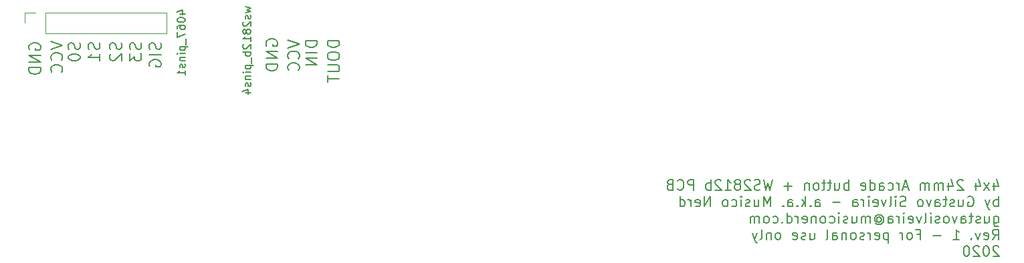
<source format=gbr>
%TF.GenerationSoftware,KiCad,Pcbnew,(5.1.7-0-10_14)*%
%TF.CreationDate,2020-11-04T15:25:09-03:00*%
%TF.ProjectId,Aracde button 24mm 4x4 - 3,41726163-6465-4206-9275-74746f6e2032,rev?*%
%TF.SameCoordinates,Original*%
%TF.FileFunction,Legend,Bot*%
%TF.FilePolarity,Positive*%
%FSLAX46Y46*%
G04 Gerber Fmt 4.6, Leading zero omitted, Abs format (unit mm)*
G04 Created by KiCad (PCBNEW (5.1.7-0-10_14)) date 2020-11-04 15:25:09*
%MOMM*%
%LPD*%
G01*
G04 APERTURE LIST*
%ADD10C,0.200000*%
%ADD11C,0.150000*%
%ADD12C,0.120000*%
G04 APERTURE END LIST*
D10*
X96478571Y-55464285D02*
X94978571Y-55464285D01*
X94978571Y-55821428D01*
X95050000Y-56035714D01*
X95192857Y-56178571D01*
X95335714Y-56250000D01*
X95621428Y-56321428D01*
X95835714Y-56321428D01*
X96121428Y-56250000D01*
X96264285Y-56178571D01*
X96407142Y-56035714D01*
X96478571Y-55821428D01*
X96478571Y-55464285D01*
X94978571Y-57250000D02*
X94978571Y-57535714D01*
X95050000Y-57678571D01*
X95192857Y-57821428D01*
X95478571Y-57892857D01*
X95978571Y-57892857D01*
X96264285Y-57821428D01*
X96407142Y-57678571D01*
X96478571Y-57535714D01*
X96478571Y-57250000D01*
X96407142Y-57107142D01*
X96264285Y-56964285D01*
X95978571Y-56892857D01*
X95478571Y-56892857D01*
X95192857Y-56964285D01*
X95050000Y-57107142D01*
X94978571Y-57250000D01*
X94978571Y-58535714D02*
X96192857Y-58535714D01*
X96335714Y-58607142D01*
X96407142Y-58678571D01*
X96478571Y-58821428D01*
X96478571Y-59107142D01*
X96407142Y-59250000D01*
X96335714Y-59321428D01*
X96192857Y-59392857D01*
X94978571Y-59392857D01*
X94978571Y-59892857D02*
X94978571Y-60750000D01*
X96478571Y-60321428D02*
X94978571Y-60321428D01*
D11*
X179335833Y-73521428D02*
X179335833Y-74388095D01*
X179645357Y-73026190D02*
X179954880Y-73954761D01*
X179150119Y-73954761D01*
X178778690Y-74388095D02*
X178097738Y-73521428D01*
X178778690Y-73521428D02*
X178097738Y-74388095D01*
X177045357Y-73521428D02*
X177045357Y-74388095D01*
X177354880Y-73026190D02*
X177664404Y-73954761D01*
X176859642Y-73954761D01*
X175435833Y-73211904D02*
X175373928Y-73150000D01*
X175250119Y-73088095D01*
X174940595Y-73088095D01*
X174816785Y-73150000D01*
X174754880Y-73211904D01*
X174692976Y-73335714D01*
X174692976Y-73459523D01*
X174754880Y-73645238D01*
X175497738Y-74388095D01*
X174692976Y-74388095D01*
X173578690Y-73521428D02*
X173578690Y-74388095D01*
X173888214Y-73026190D02*
X174197738Y-73954761D01*
X173392976Y-73954761D01*
X172897738Y-74388095D02*
X172897738Y-73521428D01*
X172897738Y-73645238D02*
X172835833Y-73583333D01*
X172712023Y-73521428D01*
X172526309Y-73521428D01*
X172402499Y-73583333D01*
X172340595Y-73707142D01*
X172340595Y-74388095D01*
X172340595Y-73707142D02*
X172278690Y-73583333D01*
X172154880Y-73521428D01*
X171969166Y-73521428D01*
X171845357Y-73583333D01*
X171783452Y-73707142D01*
X171783452Y-74388095D01*
X171164404Y-74388095D02*
X171164404Y-73521428D01*
X171164404Y-73645238D02*
X171102499Y-73583333D01*
X170978690Y-73521428D01*
X170792976Y-73521428D01*
X170669166Y-73583333D01*
X170607261Y-73707142D01*
X170607261Y-74388095D01*
X170607261Y-73707142D02*
X170545357Y-73583333D01*
X170421547Y-73521428D01*
X170235833Y-73521428D01*
X170112023Y-73583333D01*
X170050119Y-73707142D01*
X170050119Y-74388095D01*
X168502499Y-74016666D02*
X167883452Y-74016666D01*
X168626309Y-74388095D02*
X168192976Y-73088095D01*
X167759642Y-74388095D01*
X167326309Y-74388095D02*
X167326309Y-73521428D01*
X167326309Y-73769047D02*
X167264404Y-73645238D01*
X167202499Y-73583333D01*
X167078690Y-73521428D01*
X166954880Y-73521428D01*
X165964404Y-74326190D02*
X166088214Y-74388095D01*
X166335833Y-74388095D01*
X166459642Y-74326190D01*
X166521547Y-74264285D01*
X166583452Y-74140476D01*
X166583452Y-73769047D01*
X166521547Y-73645238D01*
X166459642Y-73583333D01*
X166335833Y-73521428D01*
X166088214Y-73521428D01*
X165964404Y-73583333D01*
X164850119Y-74388095D02*
X164850119Y-73707142D01*
X164912023Y-73583333D01*
X165035833Y-73521428D01*
X165283452Y-73521428D01*
X165407261Y-73583333D01*
X164850119Y-74326190D02*
X164973928Y-74388095D01*
X165283452Y-74388095D01*
X165407261Y-74326190D01*
X165469166Y-74202380D01*
X165469166Y-74078571D01*
X165407261Y-73954761D01*
X165283452Y-73892857D01*
X164973928Y-73892857D01*
X164850119Y-73830952D01*
X163673928Y-74388095D02*
X163673928Y-73088095D01*
X163673928Y-74326190D02*
X163797738Y-74388095D01*
X164045357Y-74388095D01*
X164169166Y-74326190D01*
X164231071Y-74264285D01*
X164292976Y-74140476D01*
X164292976Y-73769047D01*
X164231071Y-73645238D01*
X164169166Y-73583333D01*
X164045357Y-73521428D01*
X163797738Y-73521428D01*
X163673928Y-73583333D01*
X162559642Y-74326190D02*
X162683452Y-74388095D01*
X162931071Y-74388095D01*
X163054880Y-74326190D01*
X163116785Y-74202380D01*
X163116785Y-73707142D01*
X163054880Y-73583333D01*
X162931071Y-73521428D01*
X162683452Y-73521428D01*
X162559642Y-73583333D01*
X162497738Y-73707142D01*
X162497738Y-73830952D01*
X163116785Y-73954761D01*
X160950119Y-74388095D02*
X160950119Y-73088095D01*
X160950119Y-73583333D02*
X160826309Y-73521428D01*
X160578690Y-73521428D01*
X160454880Y-73583333D01*
X160392976Y-73645238D01*
X160331071Y-73769047D01*
X160331071Y-74140476D01*
X160392976Y-74264285D01*
X160454880Y-74326190D01*
X160578690Y-74388095D01*
X160826309Y-74388095D01*
X160950119Y-74326190D01*
X159216785Y-73521428D02*
X159216785Y-74388095D01*
X159773928Y-73521428D02*
X159773928Y-74202380D01*
X159712023Y-74326190D01*
X159588214Y-74388095D01*
X159402499Y-74388095D01*
X159278690Y-74326190D01*
X159216785Y-74264285D01*
X158783452Y-73521428D02*
X158288214Y-73521428D01*
X158597738Y-73088095D02*
X158597738Y-74202380D01*
X158535833Y-74326190D01*
X158412023Y-74388095D01*
X158288214Y-74388095D01*
X158040595Y-73521428D02*
X157545357Y-73521428D01*
X157854880Y-73088095D02*
X157854880Y-74202380D01*
X157792976Y-74326190D01*
X157669166Y-74388095D01*
X157545357Y-74388095D01*
X156926309Y-74388095D02*
X157050119Y-74326190D01*
X157112023Y-74264285D01*
X157173928Y-74140476D01*
X157173928Y-73769047D01*
X157112023Y-73645238D01*
X157050119Y-73583333D01*
X156926309Y-73521428D01*
X156740595Y-73521428D01*
X156616785Y-73583333D01*
X156554880Y-73645238D01*
X156492976Y-73769047D01*
X156492976Y-74140476D01*
X156554880Y-74264285D01*
X156616785Y-74326190D01*
X156740595Y-74388095D01*
X156926309Y-74388095D01*
X155935833Y-73521428D02*
X155935833Y-74388095D01*
X155935833Y-73645238D02*
X155873928Y-73583333D01*
X155750119Y-73521428D01*
X155564404Y-73521428D01*
X155440595Y-73583333D01*
X155378690Y-73707142D01*
X155378690Y-74388095D01*
X153769166Y-73892857D02*
X152778690Y-73892857D01*
X153273928Y-74388095D02*
X153273928Y-73397619D01*
X151292976Y-73088095D02*
X150983452Y-74388095D01*
X150735833Y-73459523D01*
X150488214Y-74388095D01*
X150178690Y-73088095D01*
X149745357Y-74326190D02*
X149559642Y-74388095D01*
X149250119Y-74388095D01*
X149126309Y-74326190D01*
X149064404Y-74264285D01*
X149002499Y-74140476D01*
X149002499Y-74016666D01*
X149064404Y-73892857D01*
X149126309Y-73830952D01*
X149250119Y-73769047D01*
X149497738Y-73707142D01*
X149621547Y-73645238D01*
X149683452Y-73583333D01*
X149745357Y-73459523D01*
X149745357Y-73335714D01*
X149683452Y-73211904D01*
X149621547Y-73150000D01*
X149497738Y-73088095D01*
X149188214Y-73088095D01*
X149002499Y-73150000D01*
X148507261Y-73211904D02*
X148445357Y-73150000D01*
X148321547Y-73088095D01*
X148012023Y-73088095D01*
X147888214Y-73150000D01*
X147826309Y-73211904D01*
X147764404Y-73335714D01*
X147764404Y-73459523D01*
X147826309Y-73645238D01*
X148569166Y-74388095D01*
X147764404Y-74388095D01*
X147021547Y-73645238D02*
X147145357Y-73583333D01*
X147207261Y-73521428D01*
X147269166Y-73397619D01*
X147269166Y-73335714D01*
X147207261Y-73211904D01*
X147145357Y-73150000D01*
X147021547Y-73088095D01*
X146773928Y-73088095D01*
X146650119Y-73150000D01*
X146588214Y-73211904D01*
X146526309Y-73335714D01*
X146526309Y-73397619D01*
X146588214Y-73521428D01*
X146650119Y-73583333D01*
X146773928Y-73645238D01*
X147021547Y-73645238D01*
X147145357Y-73707142D01*
X147207261Y-73769047D01*
X147269166Y-73892857D01*
X147269166Y-74140476D01*
X147207261Y-74264285D01*
X147145357Y-74326190D01*
X147021547Y-74388095D01*
X146773928Y-74388095D01*
X146650119Y-74326190D01*
X146588214Y-74264285D01*
X146526309Y-74140476D01*
X146526309Y-73892857D01*
X146588214Y-73769047D01*
X146650119Y-73707142D01*
X146773928Y-73645238D01*
X145288214Y-74388095D02*
X146031071Y-74388095D01*
X145659642Y-74388095D02*
X145659642Y-73088095D01*
X145783452Y-73273809D01*
X145907261Y-73397619D01*
X146031071Y-73459523D01*
X144792976Y-73211904D02*
X144731071Y-73150000D01*
X144607261Y-73088095D01*
X144297738Y-73088095D01*
X144173928Y-73150000D01*
X144112023Y-73211904D01*
X144050119Y-73335714D01*
X144050119Y-73459523D01*
X144112023Y-73645238D01*
X144854880Y-74388095D01*
X144050119Y-74388095D01*
X143492976Y-74388095D02*
X143492976Y-73088095D01*
X143492976Y-73583333D02*
X143369166Y-73521428D01*
X143121547Y-73521428D01*
X142997738Y-73583333D01*
X142935833Y-73645238D01*
X142873928Y-73769047D01*
X142873928Y-74140476D01*
X142935833Y-74264285D01*
X142997738Y-74326190D01*
X143121547Y-74388095D01*
X143369166Y-74388095D01*
X143492976Y-74326190D01*
X141326309Y-74388095D02*
X141326309Y-73088095D01*
X140831071Y-73088095D01*
X140707261Y-73150000D01*
X140645357Y-73211904D01*
X140583452Y-73335714D01*
X140583452Y-73521428D01*
X140645357Y-73645238D01*
X140707261Y-73707142D01*
X140831071Y-73769047D01*
X141326309Y-73769047D01*
X139283452Y-74264285D02*
X139345357Y-74326190D01*
X139531071Y-74388095D01*
X139654880Y-74388095D01*
X139840595Y-74326190D01*
X139964404Y-74202380D01*
X140026309Y-74078571D01*
X140088214Y-73830952D01*
X140088214Y-73645238D01*
X140026309Y-73397619D01*
X139964404Y-73273809D01*
X139840595Y-73150000D01*
X139654880Y-73088095D01*
X139531071Y-73088095D01*
X139345357Y-73150000D01*
X139283452Y-73211904D01*
X138292976Y-73707142D02*
X138107261Y-73769047D01*
X138045357Y-73830952D01*
X137983452Y-73954761D01*
X137983452Y-74140476D01*
X138045357Y-74264285D01*
X138107261Y-74326190D01*
X138231071Y-74388095D01*
X138726309Y-74388095D01*
X138726309Y-73088095D01*
X138292976Y-73088095D01*
X138169166Y-73150000D01*
X138107261Y-73211904D01*
X138045357Y-73335714D01*
X138045357Y-73459523D01*
X138107261Y-73583333D01*
X138169166Y-73645238D01*
X138292976Y-73707142D01*
X138726309Y-73707142D01*
X179892976Y-76488095D02*
X179892976Y-75188095D01*
X179892976Y-75683333D02*
X179769166Y-75621428D01*
X179521547Y-75621428D01*
X179397738Y-75683333D01*
X179335833Y-75745238D01*
X179273928Y-75869047D01*
X179273928Y-76240476D01*
X179335833Y-76364285D01*
X179397738Y-76426190D01*
X179521547Y-76488095D01*
X179769166Y-76488095D01*
X179892976Y-76426190D01*
X178840595Y-75621428D02*
X178531071Y-76488095D01*
X178221547Y-75621428D02*
X178531071Y-76488095D01*
X178654880Y-76797619D01*
X178716785Y-76859523D01*
X178840595Y-76921428D01*
X176054880Y-75250000D02*
X176178690Y-75188095D01*
X176364404Y-75188095D01*
X176550119Y-75250000D01*
X176673928Y-75373809D01*
X176735833Y-75497619D01*
X176797738Y-75745238D01*
X176797738Y-75930952D01*
X176735833Y-76178571D01*
X176673928Y-76302380D01*
X176550119Y-76426190D01*
X176364404Y-76488095D01*
X176240595Y-76488095D01*
X176054880Y-76426190D01*
X175992976Y-76364285D01*
X175992976Y-75930952D01*
X176240595Y-75930952D01*
X174878690Y-75621428D02*
X174878690Y-76488095D01*
X175435833Y-75621428D02*
X175435833Y-76302380D01*
X175373928Y-76426190D01*
X175250119Y-76488095D01*
X175064404Y-76488095D01*
X174940595Y-76426190D01*
X174878690Y-76364285D01*
X174321547Y-76426190D02*
X174197738Y-76488095D01*
X173950119Y-76488095D01*
X173826309Y-76426190D01*
X173764404Y-76302380D01*
X173764404Y-76240476D01*
X173826309Y-76116666D01*
X173950119Y-76054761D01*
X174135833Y-76054761D01*
X174259642Y-75992857D01*
X174321547Y-75869047D01*
X174321547Y-75807142D01*
X174259642Y-75683333D01*
X174135833Y-75621428D01*
X173950119Y-75621428D01*
X173826309Y-75683333D01*
X173392976Y-75621428D02*
X172897738Y-75621428D01*
X173207261Y-75188095D02*
X173207261Y-76302380D01*
X173145357Y-76426190D01*
X173021547Y-76488095D01*
X172897738Y-76488095D01*
X171907261Y-76488095D02*
X171907261Y-75807142D01*
X171969166Y-75683333D01*
X172092976Y-75621428D01*
X172340595Y-75621428D01*
X172464404Y-75683333D01*
X171907261Y-76426190D02*
X172031071Y-76488095D01*
X172340595Y-76488095D01*
X172464404Y-76426190D01*
X172526309Y-76302380D01*
X172526309Y-76178571D01*
X172464404Y-76054761D01*
X172340595Y-75992857D01*
X172031071Y-75992857D01*
X171907261Y-75930952D01*
X171412023Y-75621428D02*
X171102500Y-76488095D01*
X170792976Y-75621428D01*
X170112023Y-76488095D02*
X170235833Y-76426190D01*
X170297738Y-76364285D01*
X170359642Y-76240476D01*
X170359642Y-75869047D01*
X170297738Y-75745238D01*
X170235833Y-75683333D01*
X170112023Y-75621428D01*
X169926309Y-75621428D01*
X169802500Y-75683333D01*
X169740595Y-75745238D01*
X169678690Y-75869047D01*
X169678690Y-76240476D01*
X169740595Y-76364285D01*
X169802500Y-76426190D01*
X169926309Y-76488095D01*
X170112023Y-76488095D01*
X168192976Y-76426190D02*
X168007261Y-76488095D01*
X167697738Y-76488095D01*
X167573928Y-76426190D01*
X167512023Y-76364285D01*
X167450119Y-76240476D01*
X167450119Y-76116666D01*
X167512023Y-75992857D01*
X167573928Y-75930952D01*
X167697738Y-75869047D01*
X167945357Y-75807142D01*
X168069166Y-75745238D01*
X168131071Y-75683333D01*
X168192976Y-75559523D01*
X168192976Y-75435714D01*
X168131071Y-75311904D01*
X168069166Y-75250000D01*
X167945357Y-75188095D01*
X167635833Y-75188095D01*
X167450119Y-75250000D01*
X166892976Y-76488095D02*
X166892976Y-75621428D01*
X166892976Y-75188095D02*
X166954880Y-75250000D01*
X166892976Y-75311904D01*
X166831071Y-75250000D01*
X166892976Y-75188095D01*
X166892976Y-75311904D01*
X166088214Y-76488095D02*
X166212023Y-76426190D01*
X166273928Y-76302380D01*
X166273928Y-75188095D01*
X165716785Y-75621428D02*
X165407261Y-76488095D01*
X165097738Y-75621428D01*
X164107261Y-76426190D02*
X164231071Y-76488095D01*
X164478690Y-76488095D01*
X164602500Y-76426190D01*
X164664404Y-76302380D01*
X164664404Y-75807142D01*
X164602500Y-75683333D01*
X164478690Y-75621428D01*
X164231071Y-75621428D01*
X164107261Y-75683333D01*
X164045357Y-75807142D01*
X164045357Y-75930952D01*
X164664404Y-76054761D01*
X163488214Y-76488095D02*
X163488214Y-75621428D01*
X163488214Y-75188095D02*
X163550119Y-75250000D01*
X163488214Y-75311904D01*
X163426309Y-75250000D01*
X163488214Y-75188095D01*
X163488214Y-75311904D01*
X162869166Y-76488095D02*
X162869166Y-75621428D01*
X162869166Y-75869047D02*
X162807261Y-75745238D01*
X162745357Y-75683333D01*
X162621547Y-75621428D01*
X162497738Y-75621428D01*
X161507261Y-76488095D02*
X161507261Y-75807142D01*
X161569166Y-75683333D01*
X161692976Y-75621428D01*
X161940595Y-75621428D01*
X162064404Y-75683333D01*
X161507261Y-76426190D02*
X161631071Y-76488095D01*
X161940595Y-76488095D01*
X162064404Y-76426190D01*
X162126309Y-76302380D01*
X162126309Y-76178571D01*
X162064404Y-76054761D01*
X161940595Y-75992857D01*
X161631071Y-75992857D01*
X161507261Y-75930952D01*
X159897738Y-75992857D02*
X158907261Y-75992857D01*
X156740595Y-76488095D02*
X156740595Y-75807142D01*
X156802500Y-75683333D01*
X156926309Y-75621428D01*
X157173928Y-75621428D01*
X157297738Y-75683333D01*
X156740595Y-76426190D02*
X156864404Y-76488095D01*
X157173928Y-76488095D01*
X157297738Y-76426190D01*
X157359642Y-76302380D01*
X157359642Y-76178571D01*
X157297738Y-76054761D01*
X157173928Y-75992857D01*
X156864404Y-75992857D01*
X156740595Y-75930952D01*
X156121547Y-76364285D02*
X156059642Y-76426190D01*
X156121547Y-76488095D01*
X156183452Y-76426190D01*
X156121547Y-76364285D01*
X156121547Y-76488095D01*
X155502500Y-76488095D02*
X155502500Y-75188095D01*
X155378690Y-75992857D02*
X155007261Y-76488095D01*
X155007261Y-75621428D02*
X155502500Y-76116666D01*
X154450119Y-76364285D02*
X154388214Y-76426190D01*
X154450119Y-76488095D01*
X154512023Y-76426190D01*
X154450119Y-76364285D01*
X154450119Y-76488095D01*
X153273928Y-76488095D02*
X153273928Y-75807142D01*
X153335833Y-75683333D01*
X153459642Y-75621428D01*
X153707261Y-75621428D01*
X153831071Y-75683333D01*
X153273928Y-76426190D02*
X153397738Y-76488095D01*
X153707261Y-76488095D01*
X153831071Y-76426190D01*
X153892976Y-76302380D01*
X153892976Y-76178571D01*
X153831071Y-76054761D01*
X153707261Y-75992857D01*
X153397738Y-75992857D01*
X153273928Y-75930952D01*
X152654880Y-76364285D02*
X152592976Y-76426190D01*
X152654880Y-76488095D01*
X152716785Y-76426190D01*
X152654880Y-76364285D01*
X152654880Y-76488095D01*
X151045357Y-76488095D02*
X151045357Y-75188095D01*
X150612023Y-76116666D01*
X150178690Y-75188095D01*
X150178690Y-76488095D01*
X149002500Y-75621428D02*
X149002500Y-76488095D01*
X149559642Y-75621428D02*
X149559642Y-76302380D01*
X149497738Y-76426190D01*
X149373928Y-76488095D01*
X149188214Y-76488095D01*
X149064404Y-76426190D01*
X149002500Y-76364285D01*
X148445357Y-76426190D02*
X148321547Y-76488095D01*
X148073928Y-76488095D01*
X147950119Y-76426190D01*
X147888214Y-76302380D01*
X147888214Y-76240476D01*
X147950119Y-76116666D01*
X148073928Y-76054761D01*
X148259642Y-76054761D01*
X148383452Y-75992857D01*
X148445357Y-75869047D01*
X148445357Y-75807142D01*
X148383452Y-75683333D01*
X148259642Y-75621428D01*
X148073928Y-75621428D01*
X147950119Y-75683333D01*
X147331071Y-76488095D02*
X147331071Y-75621428D01*
X147331071Y-75188095D02*
X147392976Y-75250000D01*
X147331071Y-75311904D01*
X147269166Y-75250000D01*
X147331071Y-75188095D01*
X147331071Y-75311904D01*
X146154880Y-76426190D02*
X146278690Y-76488095D01*
X146526309Y-76488095D01*
X146650119Y-76426190D01*
X146712023Y-76364285D01*
X146773928Y-76240476D01*
X146773928Y-75869047D01*
X146712023Y-75745238D01*
X146650119Y-75683333D01*
X146526309Y-75621428D01*
X146278690Y-75621428D01*
X146154880Y-75683333D01*
X145412023Y-76488095D02*
X145535833Y-76426190D01*
X145597738Y-76364285D01*
X145659642Y-76240476D01*
X145659642Y-75869047D01*
X145597738Y-75745238D01*
X145535833Y-75683333D01*
X145412023Y-75621428D01*
X145226309Y-75621428D01*
X145102500Y-75683333D01*
X145040595Y-75745238D01*
X144978690Y-75869047D01*
X144978690Y-76240476D01*
X145040595Y-76364285D01*
X145102500Y-76426190D01*
X145226309Y-76488095D01*
X145412023Y-76488095D01*
X143431071Y-76488095D02*
X143431071Y-75188095D01*
X142688214Y-76488095D01*
X142688214Y-75188095D01*
X141573928Y-76426190D02*
X141697738Y-76488095D01*
X141945357Y-76488095D01*
X142069166Y-76426190D01*
X142131071Y-76302380D01*
X142131071Y-75807142D01*
X142069166Y-75683333D01*
X141945357Y-75621428D01*
X141697738Y-75621428D01*
X141573928Y-75683333D01*
X141512023Y-75807142D01*
X141512023Y-75930952D01*
X142131071Y-76054761D01*
X140954880Y-76488095D02*
X140954880Y-75621428D01*
X140954880Y-75869047D02*
X140892976Y-75745238D01*
X140831071Y-75683333D01*
X140707261Y-75621428D01*
X140583452Y-75621428D01*
X139592976Y-76488095D02*
X139592976Y-75188095D01*
X139592976Y-76426190D02*
X139716785Y-76488095D01*
X139964404Y-76488095D01*
X140088214Y-76426190D01*
X140150119Y-76364285D01*
X140212023Y-76240476D01*
X140212023Y-75869047D01*
X140150119Y-75745238D01*
X140088214Y-75683333D01*
X139964404Y-75621428D01*
X139716785Y-75621428D01*
X139592976Y-75683333D01*
X179335833Y-77721428D02*
X179335833Y-78773809D01*
X179397738Y-78897619D01*
X179459642Y-78959523D01*
X179583452Y-79021428D01*
X179769166Y-79021428D01*
X179892976Y-78959523D01*
X179335833Y-78526190D02*
X179459642Y-78588095D01*
X179707261Y-78588095D01*
X179831071Y-78526190D01*
X179892976Y-78464285D01*
X179954880Y-78340476D01*
X179954880Y-77969047D01*
X179892976Y-77845238D01*
X179831071Y-77783333D01*
X179707261Y-77721428D01*
X179459642Y-77721428D01*
X179335833Y-77783333D01*
X178159642Y-77721428D02*
X178159642Y-78588095D01*
X178716785Y-77721428D02*
X178716785Y-78402380D01*
X178654880Y-78526190D01*
X178531071Y-78588095D01*
X178345357Y-78588095D01*
X178221547Y-78526190D01*
X178159642Y-78464285D01*
X177602500Y-78526190D02*
X177478690Y-78588095D01*
X177231071Y-78588095D01*
X177107261Y-78526190D01*
X177045357Y-78402380D01*
X177045357Y-78340476D01*
X177107261Y-78216666D01*
X177231071Y-78154761D01*
X177416785Y-78154761D01*
X177540595Y-78092857D01*
X177602500Y-77969047D01*
X177602500Y-77907142D01*
X177540595Y-77783333D01*
X177416785Y-77721428D01*
X177231071Y-77721428D01*
X177107261Y-77783333D01*
X176673928Y-77721428D02*
X176178690Y-77721428D01*
X176488214Y-77288095D02*
X176488214Y-78402380D01*
X176426309Y-78526190D01*
X176302500Y-78588095D01*
X176178690Y-78588095D01*
X175188214Y-78588095D02*
X175188214Y-77907142D01*
X175250119Y-77783333D01*
X175373928Y-77721428D01*
X175621547Y-77721428D01*
X175745357Y-77783333D01*
X175188214Y-78526190D02*
X175312023Y-78588095D01*
X175621547Y-78588095D01*
X175745357Y-78526190D01*
X175807261Y-78402380D01*
X175807261Y-78278571D01*
X175745357Y-78154761D01*
X175621547Y-78092857D01*
X175312023Y-78092857D01*
X175188214Y-78030952D01*
X174692976Y-77721428D02*
X174383452Y-78588095D01*
X174073928Y-77721428D01*
X173392976Y-78588095D02*
X173516785Y-78526190D01*
X173578690Y-78464285D01*
X173640595Y-78340476D01*
X173640595Y-77969047D01*
X173578690Y-77845238D01*
X173516785Y-77783333D01*
X173392976Y-77721428D01*
X173207261Y-77721428D01*
X173083452Y-77783333D01*
X173021547Y-77845238D01*
X172959642Y-77969047D01*
X172959642Y-78340476D01*
X173021547Y-78464285D01*
X173083452Y-78526190D01*
X173207261Y-78588095D01*
X173392976Y-78588095D01*
X172464404Y-78526190D02*
X172340595Y-78588095D01*
X172092976Y-78588095D01*
X171969166Y-78526190D01*
X171907261Y-78402380D01*
X171907261Y-78340476D01*
X171969166Y-78216666D01*
X172092976Y-78154761D01*
X172278690Y-78154761D01*
X172402500Y-78092857D01*
X172464404Y-77969047D01*
X172464404Y-77907142D01*
X172402500Y-77783333D01*
X172278690Y-77721428D01*
X172092976Y-77721428D01*
X171969166Y-77783333D01*
X171350119Y-78588095D02*
X171350119Y-77721428D01*
X171350119Y-77288095D02*
X171412023Y-77350000D01*
X171350119Y-77411904D01*
X171288214Y-77350000D01*
X171350119Y-77288095D01*
X171350119Y-77411904D01*
X170545357Y-78588095D02*
X170669166Y-78526190D01*
X170731071Y-78402380D01*
X170731071Y-77288095D01*
X170173928Y-77721428D02*
X169864404Y-78588095D01*
X169554880Y-77721428D01*
X168564404Y-78526190D02*
X168688214Y-78588095D01*
X168935833Y-78588095D01*
X169059642Y-78526190D01*
X169121547Y-78402380D01*
X169121547Y-77907142D01*
X169059642Y-77783333D01*
X168935833Y-77721428D01*
X168688214Y-77721428D01*
X168564404Y-77783333D01*
X168502500Y-77907142D01*
X168502500Y-78030952D01*
X169121547Y-78154761D01*
X167945357Y-78588095D02*
X167945357Y-77721428D01*
X167945357Y-77288095D02*
X168007261Y-77350000D01*
X167945357Y-77411904D01*
X167883452Y-77350000D01*
X167945357Y-77288095D01*
X167945357Y-77411904D01*
X167326309Y-78588095D02*
X167326309Y-77721428D01*
X167326309Y-77969047D02*
X167264404Y-77845238D01*
X167202500Y-77783333D01*
X167078690Y-77721428D01*
X166954880Y-77721428D01*
X165964404Y-78588095D02*
X165964404Y-77907142D01*
X166026309Y-77783333D01*
X166150119Y-77721428D01*
X166397738Y-77721428D01*
X166521547Y-77783333D01*
X165964404Y-78526190D02*
X166088214Y-78588095D01*
X166397738Y-78588095D01*
X166521547Y-78526190D01*
X166583452Y-78402380D01*
X166583452Y-78278571D01*
X166521547Y-78154761D01*
X166397738Y-78092857D01*
X166088214Y-78092857D01*
X165964404Y-78030952D01*
X164540595Y-77969047D02*
X164602500Y-77907142D01*
X164726309Y-77845238D01*
X164850119Y-77845238D01*
X164973928Y-77907142D01*
X165035833Y-77969047D01*
X165097738Y-78092857D01*
X165097738Y-78216666D01*
X165035833Y-78340476D01*
X164973928Y-78402380D01*
X164850119Y-78464285D01*
X164726309Y-78464285D01*
X164602500Y-78402380D01*
X164540595Y-78340476D01*
X164540595Y-77845238D02*
X164540595Y-78340476D01*
X164478690Y-78402380D01*
X164416785Y-78402380D01*
X164292976Y-78340476D01*
X164231071Y-78216666D01*
X164231071Y-77907142D01*
X164354880Y-77721428D01*
X164540595Y-77597619D01*
X164788214Y-77535714D01*
X165035833Y-77597619D01*
X165221547Y-77721428D01*
X165345357Y-77907142D01*
X165407261Y-78154761D01*
X165345357Y-78402380D01*
X165221547Y-78588095D01*
X165035833Y-78711904D01*
X164788214Y-78773809D01*
X164540595Y-78711904D01*
X164354880Y-78588095D01*
X163673928Y-78588095D02*
X163673928Y-77721428D01*
X163673928Y-77845238D02*
X163612023Y-77783333D01*
X163488214Y-77721428D01*
X163302500Y-77721428D01*
X163178690Y-77783333D01*
X163116785Y-77907142D01*
X163116785Y-78588095D01*
X163116785Y-77907142D02*
X163054880Y-77783333D01*
X162931071Y-77721428D01*
X162745357Y-77721428D01*
X162621547Y-77783333D01*
X162559642Y-77907142D01*
X162559642Y-78588095D01*
X161383452Y-77721428D02*
X161383452Y-78588095D01*
X161940595Y-77721428D02*
X161940595Y-78402380D01*
X161878690Y-78526190D01*
X161754880Y-78588095D01*
X161569166Y-78588095D01*
X161445357Y-78526190D01*
X161383452Y-78464285D01*
X160826309Y-78526190D02*
X160702500Y-78588095D01*
X160454880Y-78588095D01*
X160331071Y-78526190D01*
X160269166Y-78402380D01*
X160269166Y-78340476D01*
X160331071Y-78216666D01*
X160454880Y-78154761D01*
X160640595Y-78154761D01*
X160764404Y-78092857D01*
X160826309Y-77969047D01*
X160826309Y-77907142D01*
X160764404Y-77783333D01*
X160640595Y-77721428D01*
X160454880Y-77721428D01*
X160331071Y-77783333D01*
X159712023Y-78588095D02*
X159712023Y-77721428D01*
X159712023Y-77288095D02*
X159773928Y-77350000D01*
X159712023Y-77411904D01*
X159650119Y-77350000D01*
X159712023Y-77288095D01*
X159712023Y-77411904D01*
X158535833Y-78526190D02*
X158659642Y-78588095D01*
X158907261Y-78588095D01*
X159031071Y-78526190D01*
X159092976Y-78464285D01*
X159154880Y-78340476D01*
X159154880Y-77969047D01*
X159092976Y-77845238D01*
X159031071Y-77783333D01*
X158907261Y-77721428D01*
X158659642Y-77721428D01*
X158535833Y-77783333D01*
X157792976Y-78588095D02*
X157916785Y-78526190D01*
X157978690Y-78464285D01*
X158040595Y-78340476D01*
X158040595Y-77969047D01*
X157978690Y-77845238D01*
X157916785Y-77783333D01*
X157792976Y-77721428D01*
X157607261Y-77721428D01*
X157483452Y-77783333D01*
X157421547Y-77845238D01*
X157359642Y-77969047D01*
X157359642Y-78340476D01*
X157421547Y-78464285D01*
X157483452Y-78526190D01*
X157607261Y-78588095D01*
X157792976Y-78588095D01*
X156802500Y-77721428D02*
X156802500Y-78588095D01*
X156802500Y-77845238D02*
X156740595Y-77783333D01*
X156616785Y-77721428D01*
X156431071Y-77721428D01*
X156307261Y-77783333D01*
X156245357Y-77907142D01*
X156245357Y-78588095D01*
X155131071Y-78526190D02*
X155254880Y-78588095D01*
X155502500Y-78588095D01*
X155626309Y-78526190D01*
X155688214Y-78402380D01*
X155688214Y-77907142D01*
X155626309Y-77783333D01*
X155502500Y-77721428D01*
X155254880Y-77721428D01*
X155131071Y-77783333D01*
X155069166Y-77907142D01*
X155069166Y-78030952D01*
X155688214Y-78154761D01*
X154512023Y-78588095D02*
X154512023Y-77721428D01*
X154512023Y-77969047D02*
X154450119Y-77845238D01*
X154388214Y-77783333D01*
X154264404Y-77721428D01*
X154140595Y-77721428D01*
X153150119Y-78588095D02*
X153150119Y-77288095D01*
X153150119Y-78526190D02*
X153273928Y-78588095D01*
X153521547Y-78588095D01*
X153645357Y-78526190D01*
X153707261Y-78464285D01*
X153769166Y-78340476D01*
X153769166Y-77969047D01*
X153707261Y-77845238D01*
X153645357Y-77783333D01*
X153521547Y-77721428D01*
X153273928Y-77721428D01*
X153150119Y-77783333D01*
X152531071Y-78464285D02*
X152469166Y-78526190D01*
X152531071Y-78588095D01*
X152592976Y-78526190D01*
X152531071Y-78464285D01*
X152531071Y-78588095D01*
X151354880Y-78526190D02*
X151478690Y-78588095D01*
X151726309Y-78588095D01*
X151850119Y-78526190D01*
X151912023Y-78464285D01*
X151973928Y-78340476D01*
X151973928Y-77969047D01*
X151912023Y-77845238D01*
X151850119Y-77783333D01*
X151726309Y-77721428D01*
X151478690Y-77721428D01*
X151354880Y-77783333D01*
X150612023Y-78588095D02*
X150735833Y-78526190D01*
X150797738Y-78464285D01*
X150859642Y-78340476D01*
X150859642Y-77969047D01*
X150797738Y-77845238D01*
X150735833Y-77783333D01*
X150612023Y-77721428D01*
X150426309Y-77721428D01*
X150302500Y-77783333D01*
X150240595Y-77845238D01*
X150178690Y-77969047D01*
X150178690Y-78340476D01*
X150240595Y-78464285D01*
X150302500Y-78526190D01*
X150426309Y-78588095D01*
X150612023Y-78588095D01*
X149621547Y-78588095D02*
X149621547Y-77721428D01*
X149621547Y-77845238D02*
X149559642Y-77783333D01*
X149435833Y-77721428D01*
X149250119Y-77721428D01*
X149126309Y-77783333D01*
X149064404Y-77907142D01*
X149064404Y-78588095D01*
X149064404Y-77907142D02*
X149002500Y-77783333D01*
X148878690Y-77721428D01*
X148692976Y-77721428D01*
X148569166Y-77783333D01*
X148507261Y-77907142D01*
X148507261Y-78588095D01*
X179150119Y-80688095D02*
X179583452Y-80069047D01*
X179892976Y-80688095D02*
X179892976Y-79388095D01*
X179397738Y-79388095D01*
X179273928Y-79450000D01*
X179212023Y-79511904D01*
X179150119Y-79635714D01*
X179150119Y-79821428D01*
X179212023Y-79945238D01*
X179273928Y-80007142D01*
X179397738Y-80069047D01*
X179892976Y-80069047D01*
X178097738Y-80626190D02*
X178221547Y-80688095D01*
X178469166Y-80688095D01*
X178592976Y-80626190D01*
X178654880Y-80502380D01*
X178654880Y-80007142D01*
X178592976Y-79883333D01*
X178469166Y-79821428D01*
X178221547Y-79821428D01*
X178097738Y-79883333D01*
X178035833Y-80007142D01*
X178035833Y-80130952D01*
X178654880Y-80254761D01*
X177602500Y-79821428D02*
X177292976Y-80688095D01*
X176983452Y-79821428D01*
X176488214Y-80564285D02*
X176426309Y-80626190D01*
X176488214Y-80688095D01*
X176550119Y-80626190D01*
X176488214Y-80564285D01*
X176488214Y-80688095D01*
X174197738Y-80688095D02*
X174940595Y-80688095D01*
X174569166Y-80688095D02*
X174569166Y-79388095D01*
X174692976Y-79573809D01*
X174816785Y-79697619D01*
X174940595Y-79759523D01*
X172650119Y-80192857D02*
X171659642Y-80192857D01*
X169616785Y-80007142D02*
X170050119Y-80007142D01*
X170050119Y-80688095D02*
X170050119Y-79388095D01*
X169431071Y-79388095D01*
X168750119Y-80688095D02*
X168873928Y-80626190D01*
X168935833Y-80564285D01*
X168997738Y-80440476D01*
X168997738Y-80069047D01*
X168935833Y-79945238D01*
X168873928Y-79883333D01*
X168750119Y-79821428D01*
X168564404Y-79821428D01*
X168440595Y-79883333D01*
X168378690Y-79945238D01*
X168316785Y-80069047D01*
X168316785Y-80440476D01*
X168378690Y-80564285D01*
X168440595Y-80626190D01*
X168564404Y-80688095D01*
X168750119Y-80688095D01*
X167759642Y-80688095D02*
X167759642Y-79821428D01*
X167759642Y-80069047D02*
X167697738Y-79945238D01*
X167635833Y-79883333D01*
X167512023Y-79821428D01*
X167388214Y-79821428D01*
X165964404Y-79821428D02*
X165964404Y-81121428D01*
X165964404Y-79883333D02*
X165840595Y-79821428D01*
X165592976Y-79821428D01*
X165469166Y-79883333D01*
X165407261Y-79945238D01*
X165345357Y-80069047D01*
X165345357Y-80440476D01*
X165407261Y-80564285D01*
X165469166Y-80626190D01*
X165592976Y-80688095D01*
X165840595Y-80688095D01*
X165964404Y-80626190D01*
X164292976Y-80626190D02*
X164416785Y-80688095D01*
X164664404Y-80688095D01*
X164788214Y-80626190D01*
X164850119Y-80502380D01*
X164850119Y-80007142D01*
X164788214Y-79883333D01*
X164664404Y-79821428D01*
X164416785Y-79821428D01*
X164292976Y-79883333D01*
X164231071Y-80007142D01*
X164231071Y-80130952D01*
X164850119Y-80254761D01*
X163673928Y-80688095D02*
X163673928Y-79821428D01*
X163673928Y-80069047D02*
X163612023Y-79945238D01*
X163550119Y-79883333D01*
X163426309Y-79821428D01*
X163302500Y-79821428D01*
X162931071Y-80626190D02*
X162807261Y-80688095D01*
X162559642Y-80688095D01*
X162435833Y-80626190D01*
X162373928Y-80502380D01*
X162373928Y-80440476D01*
X162435833Y-80316666D01*
X162559642Y-80254761D01*
X162745357Y-80254761D01*
X162869166Y-80192857D01*
X162931071Y-80069047D01*
X162931071Y-80007142D01*
X162869166Y-79883333D01*
X162745357Y-79821428D01*
X162559642Y-79821428D01*
X162435833Y-79883333D01*
X161631071Y-80688095D02*
X161754880Y-80626190D01*
X161816785Y-80564285D01*
X161878690Y-80440476D01*
X161878690Y-80069047D01*
X161816785Y-79945238D01*
X161754880Y-79883333D01*
X161631071Y-79821428D01*
X161445357Y-79821428D01*
X161321547Y-79883333D01*
X161259642Y-79945238D01*
X161197738Y-80069047D01*
X161197738Y-80440476D01*
X161259642Y-80564285D01*
X161321547Y-80626190D01*
X161445357Y-80688095D01*
X161631071Y-80688095D01*
X160640595Y-79821428D02*
X160640595Y-80688095D01*
X160640595Y-79945238D02*
X160578690Y-79883333D01*
X160454880Y-79821428D01*
X160269166Y-79821428D01*
X160145357Y-79883333D01*
X160083452Y-80007142D01*
X160083452Y-80688095D01*
X158907261Y-80688095D02*
X158907261Y-80007142D01*
X158969166Y-79883333D01*
X159092976Y-79821428D01*
X159340595Y-79821428D01*
X159464404Y-79883333D01*
X158907261Y-80626190D02*
X159031071Y-80688095D01*
X159340595Y-80688095D01*
X159464404Y-80626190D01*
X159526309Y-80502380D01*
X159526309Y-80378571D01*
X159464404Y-80254761D01*
X159340595Y-80192857D01*
X159031071Y-80192857D01*
X158907261Y-80130952D01*
X158102500Y-80688095D02*
X158226309Y-80626190D01*
X158288214Y-80502380D01*
X158288214Y-79388095D01*
X156059642Y-79821428D02*
X156059642Y-80688095D01*
X156616785Y-79821428D02*
X156616785Y-80502380D01*
X156554880Y-80626190D01*
X156431071Y-80688095D01*
X156245357Y-80688095D01*
X156121547Y-80626190D01*
X156059642Y-80564285D01*
X155502500Y-80626190D02*
X155378690Y-80688095D01*
X155131071Y-80688095D01*
X155007261Y-80626190D01*
X154945357Y-80502380D01*
X154945357Y-80440476D01*
X155007261Y-80316666D01*
X155131071Y-80254761D01*
X155316785Y-80254761D01*
X155440595Y-80192857D01*
X155502500Y-80069047D01*
X155502500Y-80007142D01*
X155440595Y-79883333D01*
X155316785Y-79821428D01*
X155131071Y-79821428D01*
X155007261Y-79883333D01*
X153892976Y-80626190D02*
X154016785Y-80688095D01*
X154264404Y-80688095D01*
X154388214Y-80626190D01*
X154450119Y-80502380D01*
X154450119Y-80007142D01*
X154388214Y-79883333D01*
X154264404Y-79821428D01*
X154016785Y-79821428D01*
X153892976Y-79883333D01*
X153831071Y-80007142D01*
X153831071Y-80130952D01*
X154450119Y-80254761D01*
X152097738Y-80688095D02*
X152221547Y-80626190D01*
X152283452Y-80564285D01*
X152345357Y-80440476D01*
X152345357Y-80069047D01*
X152283452Y-79945238D01*
X152221547Y-79883333D01*
X152097738Y-79821428D01*
X151912023Y-79821428D01*
X151788214Y-79883333D01*
X151726309Y-79945238D01*
X151664404Y-80069047D01*
X151664404Y-80440476D01*
X151726309Y-80564285D01*
X151788214Y-80626190D01*
X151912023Y-80688095D01*
X152097738Y-80688095D01*
X151107261Y-79821428D02*
X151107261Y-80688095D01*
X151107261Y-79945238D02*
X151045357Y-79883333D01*
X150921547Y-79821428D01*
X150735833Y-79821428D01*
X150612023Y-79883333D01*
X150550119Y-80007142D01*
X150550119Y-80688095D01*
X149745357Y-80688095D02*
X149869166Y-80626190D01*
X149931071Y-80502380D01*
X149931071Y-79388095D01*
X149373928Y-79821428D02*
X149064404Y-80688095D01*
X148754880Y-79821428D02*
X149064404Y-80688095D01*
X149188214Y-80997619D01*
X149250119Y-81059523D01*
X149373928Y-81121428D01*
X179954880Y-81611904D02*
X179892976Y-81550000D01*
X179769166Y-81488095D01*
X179459642Y-81488095D01*
X179335833Y-81550000D01*
X179273928Y-81611904D01*
X179212023Y-81735714D01*
X179212023Y-81859523D01*
X179273928Y-82045238D01*
X180016785Y-82788095D01*
X179212023Y-82788095D01*
X178407261Y-81488095D02*
X178283452Y-81488095D01*
X178159642Y-81550000D01*
X178097738Y-81611904D01*
X178035833Y-81735714D01*
X177973928Y-81983333D01*
X177973928Y-82292857D01*
X178035833Y-82540476D01*
X178097738Y-82664285D01*
X178159642Y-82726190D01*
X178283452Y-82788095D01*
X178407261Y-82788095D01*
X178531071Y-82726190D01*
X178592976Y-82664285D01*
X178654880Y-82540476D01*
X178716785Y-82292857D01*
X178716785Y-81983333D01*
X178654880Y-81735714D01*
X178592976Y-81611904D01*
X178531071Y-81550000D01*
X178407261Y-81488095D01*
X177478690Y-81611904D02*
X177416785Y-81550000D01*
X177292976Y-81488095D01*
X176983452Y-81488095D01*
X176859642Y-81550000D01*
X176797738Y-81611904D01*
X176735833Y-81735714D01*
X176735833Y-81859523D01*
X176797738Y-82045238D01*
X177540595Y-82788095D01*
X176735833Y-82788095D01*
X175931071Y-81488095D02*
X175807261Y-81488095D01*
X175683452Y-81550000D01*
X175621547Y-81611904D01*
X175559642Y-81735714D01*
X175497738Y-81983333D01*
X175497738Y-82292857D01*
X175559642Y-82540476D01*
X175621547Y-82664285D01*
X175683452Y-82726190D01*
X175807261Y-82788095D01*
X175931071Y-82788095D01*
X176054880Y-82726190D01*
X176116785Y-82664285D01*
X176178690Y-82540476D01*
X176240595Y-82292857D01*
X176240595Y-81983333D01*
X176178690Y-81735714D01*
X176116785Y-81611904D01*
X176054880Y-81550000D01*
X175931071Y-81488095D01*
D10*
X89928571Y-55357143D02*
X91428571Y-55857143D01*
X89928571Y-56357143D01*
X91285714Y-57714285D02*
X91357142Y-57642857D01*
X91428571Y-57428571D01*
X91428571Y-57285714D01*
X91357142Y-57071428D01*
X91214285Y-56928571D01*
X91071428Y-56857143D01*
X90785714Y-56785714D01*
X90571428Y-56785714D01*
X90285714Y-56857143D01*
X90142857Y-56928571D01*
X90000000Y-57071428D01*
X89928571Y-57285714D01*
X89928571Y-57428571D01*
X90000000Y-57642857D01*
X90071428Y-57714285D01*
X91285714Y-59214285D02*
X91357142Y-59142857D01*
X91428571Y-58928571D01*
X91428571Y-58785714D01*
X91357142Y-58571428D01*
X91214285Y-58428571D01*
X91071428Y-58357143D01*
X90785714Y-58285714D01*
X90571428Y-58285714D01*
X90285714Y-58357143D01*
X90142857Y-58428571D01*
X90000000Y-58571428D01*
X89928571Y-58785714D01*
X89928571Y-58928571D01*
X90000000Y-59142857D01*
X90071428Y-59214285D01*
X87250000Y-56107142D02*
X87178571Y-55964285D01*
X87178571Y-55750000D01*
X87250000Y-55535714D01*
X87392857Y-55392857D01*
X87535714Y-55321428D01*
X87821428Y-55250000D01*
X88035714Y-55250000D01*
X88321428Y-55321428D01*
X88464285Y-55392857D01*
X88607142Y-55535714D01*
X88678571Y-55750000D01*
X88678571Y-55892857D01*
X88607142Y-56107142D01*
X88535714Y-56178571D01*
X88035714Y-56178571D01*
X88035714Y-55892857D01*
X88678571Y-56821428D02*
X87178571Y-56821428D01*
X88678571Y-57678571D01*
X87178571Y-57678571D01*
X88678571Y-58392857D02*
X87178571Y-58392857D01*
X87178571Y-58750000D01*
X87250000Y-58964285D01*
X87392857Y-59107142D01*
X87535714Y-59178571D01*
X87821428Y-59250000D01*
X88035714Y-59250000D01*
X88321428Y-59178571D01*
X88464285Y-59107142D01*
X88607142Y-58964285D01*
X88678571Y-58750000D01*
X88678571Y-58392857D01*
X93678571Y-55464285D02*
X92178571Y-55464285D01*
X92178571Y-55821428D01*
X92250000Y-56035714D01*
X92392857Y-56178571D01*
X92535714Y-56250000D01*
X92821428Y-56321428D01*
X93035714Y-56321428D01*
X93321428Y-56250000D01*
X93464285Y-56178571D01*
X93607142Y-56035714D01*
X93678571Y-55821428D01*
X93678571Y-55464285D01*
X93678571Y-56964285D02*
X92178571Y-56964285D01*
X93678571Y-57678571D02*
X92178571Y-57678571D01*
X93678571Y-58535714D01*
X92178571Y-58535714D01*
X73857142Y-55714285D02*
X73928571Y-55928571D01*
X73928571Y-56285714D01*
X73857142Y-56428571D01*
X73785714Y-56500000D01*
X73642857Y-56571428D01*
X73500000Y-56571428D01*
X73357142Y-56500000D01*
X73285714Y-56428571D01*
X73214285Y-56285714D01*
X73142857Y-56000000D01*
X73071428Y-55857142D01*
X73000000Y-55785714D01*
X72857142Y-55714285D01*
X72714285Y-55714285D01*
X72571428Y-55785714D01*
X72500000Y-55857142D01*
X72428571Y-56000000D01*
X72428571Y-56357142D01*
X72500000Y-56571428D01*
X73928571Y-57214285D02*
X72428571Y-57214285D01*
X72500000Y-58714285D02*
X72428571Y-58571428D01*
X72428571Y-58357142D01*
X72500000Y-58142857D01*
X72642857Y-58000000D01*
X72785714Y-57928571D01*
X73071428Y-57857142D01*
X73285714Y-57857142D01*
X73571428Y-57928571D01*
X73714285Y-58000000D01*
X73857142Y-58142857D01*
X73928571Y-58357142D01*
X73928571Y-58500000D01*
X73857142Y-58714285D01*
X73785714Y-58785714D01*
X73285714Y-58785714D01*
X73285714Y-58500000D01*
X68857142Y-55714285D02*
X68928571Y-55928571D01*
X68928571Y-56285714D01*
X68857142Y-56428571D01*
X68785714Y-56500000D01*
X68642857Y-56571428D01*
X68500000Y-56571428D01*
X68357142Y-56500000D01*
X68285714Y-56428571D01*
X68214285Y-56285714D01*
X68142857Y-56000000D01*
X68071428Y-55857143D01*
X68000000Y-55785714D01*
X67857142Y-55714285D01*
X67714285Y-55714285D01*
X67571428Y-55785714D01*
X67500000Y-55857143D01*
X67428571Y-56000000D01*
X67428571Y-56357143D01*
X67500000Y-56571428D01*
X67571428Y-57142857D02*
X67500000Y-57214285D01*
X67428571Y-57357143D01*
X67428571Y-57714285D01*
X67500000Y-57857143D01*
X67571428Y-57928571D01*
X67714285Y-58000000D01*
X67857142Y-58000000D01*
X68071428Y-57928571D01*
X68928571Y-57071428D01*
X68928571Y-58000000D01*
X59928571Y-55571428D02*
X61428571Y-56071428D01*
X59928571Y-56571428D01*
X61285714Y-57928570D02*
X61357142Y-57857142D01*
X61428571Y-57642856D01*
X61428571Y-57499999D01*
X61357142Y-57285713D01*
X61214285Y-57142856D01*
X61071428Y-57071428D01*
X60785714Y-56999999D01*
X60571428Y-56999999D01*
X60285714Y-57071428D01*
X60142857Y-57142856D01*
X60000000Y-57285713D01*
X59928571Y-57499999D01*
X59928571Y-57642856D01*
X60000000Y-57857142D01*
X60071428Y-57928570D01*
X61285714Y-59428570D02*
X61357142Y-59357142D01*
X61428571Y-59142856D01*
X61428571Y-58999999D01*
X61357142Y-58785713D01*
X61214285Y-58642856D01*
X61071428Y-58571428D01*
X60785714Y-58499999D01*
X60571428Y-58499999D01*
X60285714Y-58571428D01*
X60142857Y-58642856D01*
X60000000Y-58785713D01*
X59928571Y-58999999D01*
X59928571Y-59142856D01*
X60000000Y-59357142D01*
X60071428Y-59428570D01*
X66107142Y-55714285D02*
X66178571Y-55928571D01*
X66178571Y-56285714D01*
X66107142Y-56428571D01*
X66035714Y-56500000D01*
X65892857Y-56571428D01*
X65750000Y-56571428D01*
X65607142Y-56500000D01*
X65535714Y-56428571D01*
X65464285Y-56285714D01*
X65392857Y-56000000D01*
X65321428Y-55857143D01*
X65250000Y-55785714D01*
X65107142Y-55714285D01*
X64964285Y-55714285D01*
X64821428Y-55785714D01*
X64750000Y-55857143D01*
X64678571Y-56000000D01*
X64678571Y-56357143D01*
X64750000Y-56571428D01*
X66178571Y-58000000D02*
X66178571Y-57142857D01*
X66178571Y-57571428D02*
X64678571Y-57571428D01*
X64892857Y-57428571D01*
X65035714Y-57285714D01*
X65107142Y-57142857D01*
X71357142Y-55714285D02*
X71428571Y-55928571D01*
X71428571Y-56285714D01*
X71357142Y-56428571D01*
X71285714Y-56500000D01*
X71142857Y-56571428D01*
X71000000Y-56571428D01*
X70857142Y-56500000D01*
X70785714Y-56428571D01*
X70714285Y-56285714D01*
X70642857Y-56000000D01*
X70571428Y-55857143D01*
X70500000Y-55785714D01*
X70357142Y-55714285D01*
X70214285Y-55714285D01*
X70071428Y-55785714D01*
X70000000Y-55857143D01*
X69928571Y-56000000D01*
X69928571Y-56357143D01*
X70000000Y-56571428D01*
X69928571Y-57071428D02*
X69928571Y-58000000D01*
X70500000Y-57500000D01*
X70500000Y-57714285D01*
X70571428Y-57857143D01*
X70642857Y-57928571D01*
X70785714Y-58000000D01*
X71142857Y-58000000D01*
X71285714Y-57928571D01*
X71357142Y-57857143D01*
X71428571Y-57714285D01*
X71428571Y-57285714D01*
X71357142Y-57142857D01*
X71285714Y-57071428D01*
X63607142Y-55714285D02*
X63678571Y-55928571D01*
X63678571Y-56285714D01*
X63607142Y-56428571D01*
X63535714Y-56500000D01*
X63392857Y-56571428D01*
X63250000Y-56571428D01*
X63107142Y-56500000D01*
X63035714Y-56428571D01*
X62964285Y-56285714D01*
X62892857Y-56000000D01*
X62821428Y-55857143D01*
X62750000Y-55785714D01*
X62607142Y-55714285D01*
X62464285Y-55714285D01*
X62321428Y-55785714D01*
X62250000Y-55857143D01*
X62178571Y-56000000D01*
X62178571Y-56357143D01*
X62250000Y-56571428D01*
X62178571Y-57500000D02*
X62178571Y-57642857D01*
X62250000Y-57785714D01*
X62321428Y-57857143D01*
X62464285Y-57928571D01*
X62750000Y-58000000D01*
X63107142Y-58000000D01*
X63392857Y-57928571D01*
X63535714Y-57857143D01*
X63607142Y-57785714D01*
X63678571Y-57642857D01*
X63678571Y-57500000D01*
X63607142Y-57357143D01*
X63535714Y-57285714D01*
X63392857Y-57214285D01*
X63107142Y-57142857D01*
X62750000Y-57142857D01*
X62464285Y-57214285D01*
X62321428Y-57285714D01*
X62250000Y-57357143D01*
X62178571Y-57500000D01*
X57250000Y-56571428D02*
X57178571Y-56428571D01*
X57178571Y-56214286D01*
X57250000Y-56000000D01*
X57392857Y-55857143D01*
X57535714Y-55785714D01*
X57821428Y-55714286D01*
X58035714Y-55714286D01*
X58321428Y-55785714D01*
X58464285Y-55857143D01*
X58607142Y-56000000D01*
X58678571Y-56214286D01*
X58678571Y-56357143D01*
X58607142Y-56571428D01*
X58535714Y-56642857D01*
X58035714Y-56642857D01*
X58035714Y-56357143D01*
X58678571Y-57285714D02*
X57178571Y-57285714D01*
X58678571Y-58142857D01*
X57178571Y-58142857D01*
X58678571Y-58857143D02*
X57178571Y-58857143D01*
X57178571Y-59214286D01*
X57250000Y-59428571D01*
X57392857Y-59571428D01*
X57535714Y-59642857D01*
X57821428Y-59714286D01*
X58035714Y-59714286D01*
X58321428Y-59642857D01*
X58464285Y-59571428D01*
X58607142Y-59428571D01*
X58678571Y-59214286D01*
X58678571Y-58857143D01*
D12*
%TO.C,4067_pins1*%
X74570000Y-51870000D02*
X74570000Y-54530000D01*
X59270000Y-51870000D02*
X74570000Y-51870000D01*
X59270000Y-54530000D02*
X74570000Y-54530000D01*
X59270000Y-51870000D02*
X59270000Y-54530000D01*
X58000000Y-51870000D02*
X56670000Y-51870000D01*
X56670000Y-51870000D02*
X56670000Y-53200000D01*
D11*
X76285714Y-52057142D02*
X76952380Y-52057142D01*
X75904761Y-51819047D02*
X76619047Y-51580952D01*
X76619047Y-52200000D01*
X75952380Y-52771428D02*
X75952380Y-52866666D01*
X76000000Y-52961904D01*
X76047619Y-53009523D01*
X76142857Y-53057142D01*
X76333333Y-53104761D01*
X76571428Y-53104761D01*
X76761904Y-53057142D01*
X76857142Y-53009523D01*
X76904761Y-52961904D01*
X76952380Y-52866666D01*
X76952380Y-52771428D01*
X76904761Y-52676190D01*
X76857142Y-52628571D01*
X76761904Y-52580952D01*
X76571428Y-52533333D01*
X76333333Y-52533333D01*
X76142857Y-52580952D01*
X76047619Y-52628571D01*
X76000000Y-52676190D01*
X75952380Y-52771428D01*
X75952380Y-53961904D02*
X75952380Y-53771428D01*
X76000000Y-53676190D01*
X76047619Y-53628571D01*
X76190476Y-53533333D01*
X76380952Y-53485714D01*
X76761904Y-53485714D01*
X76857142Y-53533333D01*
X76904761Y-53580952D01*
X76952380Y-53676190D01*
X76952380Y-53866666D01*
X76904761Y-53961904D01*
X76857142Y-54009523D01*
X76761904Y-54057142D01*
X76523809Y-54057142D01*
X76428571Y-54009523D01*
X76380952Y-53961904D01*
X76333333Y-53866666D01*
X76333333Y-53676190D01*
X76380952Y-53580952D01*
X76428571Y-53533333D01*
X76523809Y-53485714D01*
X75952380Y-54390476D02*
X75952380Y-55057142D01*
X76952380Y-54628571D01*
X77047619Y-55200000D02*
X77047619Y-55961904D01*
X76285714Y-56200000D02*
X77285714Y-56200000D01*
X76333333Y-56200000D02*
X76285714Y-56295238D01*
X76285714Y-56485714D01*
X76333333Y-56580952D01*
X76380952Y-56628571D01*
X76476190Y-56676190D01*
X76761904Y-56676190D01*
X76857142Y-56628571D01*
X76904761Y-56580952D01*
X76952380Y-56485714D01*
X76952380Y-56295238D01*
X76904761Y-56200000D01*
X76952380Y-57104761D02*
X76285714Y-57104761D01*
X75952380Y-57104761D02*
X76000000Y-57057142D01*
X76047619Y-57104761D01*
X76000000Y-57152380D01*
X75952380Y-57104761D01*
X76047619Y-57104761D01*
X76285714Y-57580952D02*
X76952380Y-57580952D01*
X76380952Y-57580952D02*
X76333333Y-57628571D01*
X76285714Y-57723809D01*
X76285714Y-57866666D01*
X76333333Y-57961904D01*
X76428571Y-58009523D01*
X76952380Y-58009523D01*
X76904761Y-58438095D02*
X76952380Y-58533333D01*
X76952380Y-58723809D01*
X76904761Y-58819047D01*
X76809523Y-58866666D01*
X76761904Y-58866666D01*
X76666666Y-58819047D01*
X76619047Y-58723809D01*
X76619047Y-58580952D01*
X76571428Y-58485714D01*
X76476190Y-58438095D01*
X76428571Y-58438095D01*
X76333333Y-58485714D01*
X76285714Y-58580952D01*
X76285714Y-58723809D01*
X76333333Y-58819047D01*
X76952380Y-59819047D02*
X76952380Y-59247619D01*
X76952380Y-59533333D02*
X75952380Y-59533333D01*
X76095238Y-59438095D01*
X76190476Y-59342857D01*
X76238095Y-59247619D01*
%TO.C,ws2812b_pins4*%
X84585714Y-51152380D02*
X85252380Y-51342857D01*
X84776190Y-51533333D01*
X85252380Y-51723809D01*
X84585714Y-51914285D01*
X85204761Y-52247619D02*
X85252380Y-52342857D01*
X85252380Y-52533333D01*
X85204761Y-52628571D01*
X85109523Y-52676190D01*
X85061904Y-52676190D01*
X84966666Y-52628571D01*
X84919047Y-52533333D01*
X84919047Y-52390476D01*
X84871428Y-52295238D01*
X84776190Y-52247619D01*
X84728571Y-52247619D01*
X84633333Y-52295238D01*
X84585714Y-52390476D01*
X84585714Y-52533333D01*
X84633333Y-52628571D01*
X84347619Y-53057142D02*
X84300000Y-53104761D01*
X84252380Y-53200000D01*
X84252380Y-53438095D01*
X84300000Y-53533333D01*
X84347619Y-53580952D01*
X84442857Y-53628571D01*
X84538095Y-53628571D01*
X84680952Y-53580952D01*
X85252380Y-53009523D01*
X85252380Y-53628571D01*
X84680952Y-54200000D02*
X84633333Y-54104761D01*
X84585714Y-54057142D01*
X84490476Y-54009523D01*
X84442857Y-54009523D01*
X84347619Y-54057142D01*
X84300000Y-54104761D01*
X84252380Y-54200000D01*
X84252380Y-54390476D01*
X84300000Y-54485714D01*
X84347619Y-54533333D01*
X84442857Y-54580952D01*
X84490476Y-54580952D01*
X84585714Y-54533333D01*
X84633333Y-54485714D01*
X84680952Y-54390476D01*
X84680952Y-54200000D01*
X84728571Y-54104761D01*
X84776190Y-54057142D01*
X84871428Y-54009523D01*
X85061904Y-54009523D01*
X85157142Y-54057142D01*
X85204761Y-54104761D01*
X85252380Y-54200000D01*
X85252380Y-54390476D01*
X85204761Y-54485714D01*
X85157142Y-54533333D01*
X85061904Y-54580952D01*
X84871428Y-54580952D01*
X84776190Y-54533333D01*
X84728571Y-54485714D01*
X84680952Y-54390476D01*
X85252380Y-55533333D02*
X85252380Y-54961904D01*
X85252380Y-55247619D02*
X84252380Y-55247619D01*
X84395238Y-55152380D01*
X84490476Y-55057142D01*
X84538095Y-54961904D01*
X84347619Y-55914285D02*
X84300000Y-55961904D01*
X84252380Y-56057142D01*
X84252380Y-56295238D01*
X84300000Y-56390476D01*
X84347619Y-56438095D01*
X84442857Y-56485714D01*
X84538095Y-56485714D01*
X84680952Y-56438095D01*
X85252380Y-55866666D01*
X85252380Y-56485714D01*
X85252380Y-56914285D02*
X84252380Y-56914285D01*
X84633333Y-56914285D02*
X84585714Y-57009523D01*
X84585714Y-57200000D01*
X84633333Y-57295238D01*
X84680952Y-57342857D01*
X84776190Y-57390476D01*
X85061904Y-57390476D01*
X85157142Y-57342857D01*
X85204761Y-57295238D01*
X85252380Y-57200000D01*
X85252380Y-57009523D01*
X85204761Y-56914285D01*
X85347619Y-57580952D02*
X85347619Y-58342857D01*
X84585714Y-58580952D02*
X85585714Y-58580952D01*
X84633333Y-58580952D02*
X84585714Y-58676190D01*
X84585714Y-58866666D01*
X84633333Y-58961904D01*
X84680952Y-59009523D01*
X84776190Y-59057142D01*
X85061904Y-59057142D01*
X85157142Y-59009523D01*
X85204761Y-58961904D01*
X85252380Y-58866666D01*
X85252380Y-58676190D01*
X85204761Y-58580952D01*
X85252380Y-59485714D02*
X84585714Y-59485714D01*
X84252380Y-59485714D02*
X84300000Y-59438095D01*
X84347619Y-59485714D01*
X84300000Y-59533333D01*
X84252380Y-59485714D01*
X84347619Y-59485714D01*
X84585714Y-59961904D02*
X85252380Y-59961904D01*
X84680952Y-59961904D02*
X84633333Y-60009523D01*
X84585714Y-60104761D01*
X84585714Y-60247619D01*
X84633333Y-60342857D01*
X84728571Y-60390476D01*
X85252380Y-60390476D01*
X85204761Y-60819047D02*
X85252380Y-60914285D01*
X85252380Y-61104761D01*
X85204761Y-61200000D01*
X85109523Y-61247619D01*
X85061904Y-61247619D01*
X84966666Y-61200000D01*
X84919047Y-61104761D01*
X84919047Y-60961904D01*
X84871428Y-60866666D01*
X84776190Y-60819047D01*
X84728571Y-60819047D01*
X84633333Y-60866666D01*
X84585714Y-60961904D01*
X84585714Y-61104761D01*
X84633333Y-61200000D01*
X84585714Y-62104761D02*
X85252380Y-62104761D01*
X84204761Y-61866666D02*
X84919047Y-61628571D01*
X84919047Y-62247619D01*
%TD*%
M02*

</source>
